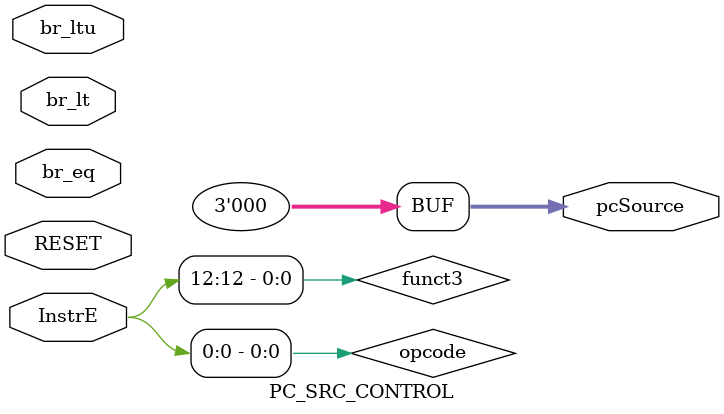
<source format=sv>
`timescale 1ns / 1ps


module PC_SRC_CONTROL(
    input logic br_eq, br_lt, br_ltu, RESET,
    input [31:0] InstrE,
    output logic [2:0] pcSource
    
    );
    assign opcode = InstrE[6:0];
    assign funct3 = InstrE[14:12];
    
    always_comb begin
        pcSource = 0;
        
        case (opcode)
            7'b0110011: begin  //R-type
                pcSource = 0;
            end
            7'b0010011: begin //I-type operators
                pcSource = 0;
            end
            7'b0000011: begin //load instructions
                pcSource = 0;
            end 
            7'b0100011: begin //S-type
                pcSource = 0;
            end 
            7'b1100011: begin //B-type

            
            case(funct3)
                3'b000: begin
                    if (br_eq == 1) begin
                    pcSource = 2;
                    end
                    else begin
                    pcSource = 0;
                    end 
                 end  
                3'b101: begin
                    if (br_lt == 0) begin
                        pcSource = 2;
                        end 
                    else begin
                        pcSource = 0;
                        end 
                end 
                3'b111: begin
                    if (br_ltu == 0) begin
                        pcSource = 2;
                        end 
                    else begin
                        pcSource = 0;
                        end 
                    end 
                3'b100: begin
                    if (br_lt == 1) begin
                        pcSource = 2;
                        end 
                    else begin
                        pcSource = 0;
                        end 
                end 
                3'b110: begin
                    if (br_ltu == 1) begin
                        pcSource = 2;
                        end
                    else begin
                        pcSource = 0;
                        end
                 end 
                 3'b001: begin
                    if (br_eq == 0) begin
                        pcSource = 2;
                        end 
                    else begin
                        pcSource = 0;
                        end 
                  end
                  default: pcSource = 0; 
              endcase  
            end
            7'b1100111: begin //jalr
                pcSource = 1;
            end 
            7'b0110111: begin //lui
               pcSource = 0;
            end 
            7'b0010111: begin //auipc
                pcSource = 0;
            end 
            7'b1101111: begin //jal
                pcSource = 3;
            end
            7'b1110011: begin //csr
                case (funct3) 
                    3'b000: pcSource = 5; //mret
                    default: begin
                        pcSource = 0;    
                        end
                endcase
              end
                  
              
             
                
                
        endcase 
     end                       
endmodule

</source>
